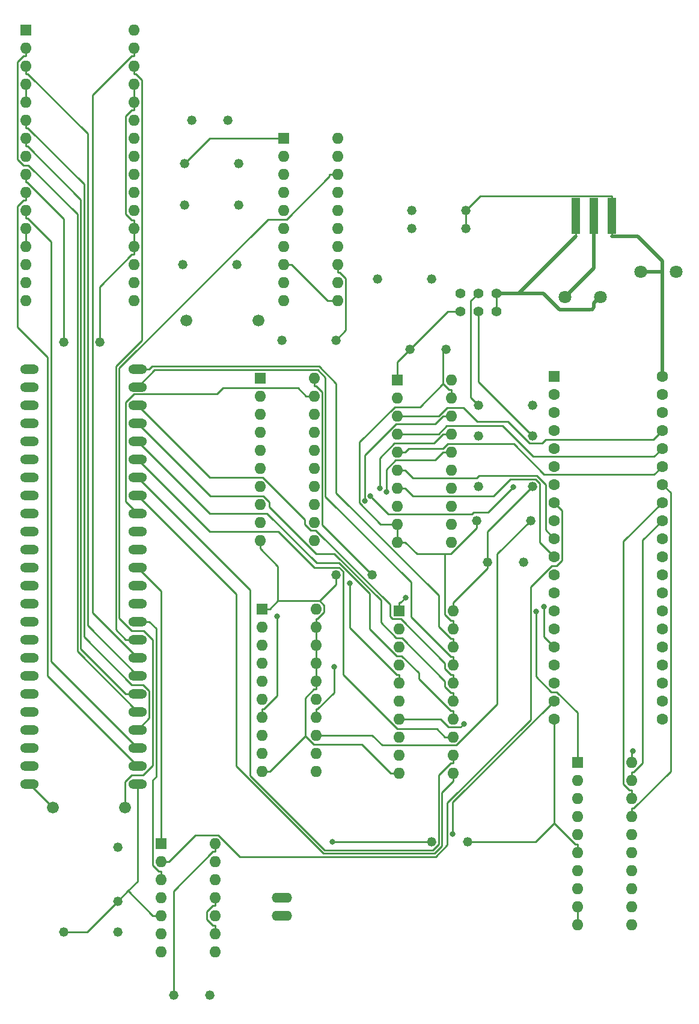
<source format=gbr>
G04 #@! TF.GenerationSoftware,KiCad,Pcbnew,(5.1.5)-3*
G04 #@! TF.CreationDate,2022-07-07T22:07:32-04:00*
G04 #@! TF.ProjectId,FAL6567i,46414c36-3536-4376-992e-6b696361645f,rev?*
G04 #@! TF.SameCoordinates,Original*
G04 #@! TF.FileFunction,Copper,L1,Top*
G04 #@! TF.FilePolarity,Positive*
%FSLAX46Y46*%
G04 Gerber Fmt 4.6, Leading zero omitted, Abs format (unit mm)*
G04 Created by KiCad (PCBNEW (5.1.5)-3) date 2022-07-07 22:07:32*
%MOMM*%
%LPD*%
G04 APERTURE LIST*
%ADD10R,1.270000X5.080000*%
%ADD11O,1.600000X1.600000*%
%ADD12R,1.600000X1.600000*%
%ADD13C,1.800000*%
%ADD14O,2.641600X1.320800*%
%ADD15C,1.600200*%
%ADD16R,1.600200X1.600200*%
%ADD17C,1.320800*%
%ADD18C,1.422400*%
%ADD19O,2.844800X1.422400*%
%ADD20C,1.676400*%
%ADD21C,0.800000*%
%ADD22C,0.250000*%
%ADD23C,0.504000*%
G04 APERTURE END LIST*
D10*
X143510000Y-65849500D03*
X140970000Y-65849500D03*
X138430000Y-65849500D03*
D11*
X101854000Y-121158000D03*
X94234000Y-144018000D03*
X101854000Y-123698000D03*
X94234000Y-141478000D03*
X101854000Y-126238000D03*
X94234000Y-138938000D03*
X101854000Y-128778000D03*
X94234000Y-136398000D03*
X101854000Y-131318000D03*
X94234000Y-133858000D03*
X101854000Y-133858000D03*
X94234000Y-131318000D03*
X101854000Y-136398000D03*
X94234000Y-128778000D03*
X101854000Y-138938000D03*
X94234000Y-126238000D03*
X101854000Y-141478000D03*
X94234000Y-123698000D03*
X101854000Y-144018000D03*
D12*
X94234000Y-121158000D03*
D11*
X120904000Y-88900000D03*
X113284000Y-111760000D03*
X120904000Y-91440000D03*
X113284000Y-109220000D03*
X120904000Y-93980000D03*
X113284000Y-106680000D03*
X120904000Y-96520000D03*
X113284000Y-104140000D03*
X120904000Y-99060000D03*
X113284000Y-101600000D03*
X120904000Y-101600000D03*
X113284000Y-99060000D03*
X120904000Y-104140000D03*
X113284000Y-96520000D03*
X120904000Y-106680000D03*
X113284000Y-93980000D03*
X120904000Y-109220000D03*
X113284000Y-91440000D03*
X120904000Y-111760000D03*
D12*
X113284000Y-88900000D03*
D11*
X101600000Y-88646000D03*
X93980000Y-111506000D03*
X101600000Y-91186000D03*
X93980000Y-108966000D03*
X101600000Y-93726000D03*
X93980000Y-106426000D03*
X101600000Y-96266000D03*
X93980000Y-103886000D03*
X101600000Y-98806000D03*
X93980000Y-101346000D03*
X101600000Y-101346000D03*
X93980000Y-98806000D03*
X101600000Y-103886000D03*
X93980000Y-96266000D03*
X101600000Y-106426000D03*
X93980000Y-93726000D03*
X101600000Y-108966000D03*
X93980000Y-91186000D03*
X101600000Y-111506000D03*
D12*
X93980000Y-88646000D03*
D11*
X121158000Y-121412000D03*
X113538000Y-144272000D03*
X121158000Y-123952000D03*
X113538000Y-141732000D03*
X121158000Y-126492000D03*
X113538000Y-139192000D03*
X121158000Y-129032000D03*
X113538000Y-136652000D03*
X121158000Y-131572000D03*
X113538000Y-134112000D03*
X121158000Y-134112000D03*
X113538000Y-131572000D03*
X121158000Y-136652000D03*
X113538000Y-129032000D03*
X121158000Y-139192000D03*
X113538000Y-126492000D03*
X121158000Y-141732000D03*
X113538000Y-123952000D03*
X121158000Y-144272000D03*
D12*
X113538000Y-121412000D03*
D13*
X152574000Y-73660000D03*
X147574000Y-73660000D03*
X141906000Y-77216000D03*
X136906000Y-77216000D03*
D11*
X146304000Y-142748000D03*
X138684000Y-165608000D03*
X146304000Y-145288000D03*
X138684000Y-163068000D03*
X146304000Y-147828000D03*
X138684000Y-160528000D03*
X146304000Y-150368000D03*
X138684000Y-157988000D03*
X146304000Y-152908000D03*
X138684000Y-155448000D03*
X146304000Y-155448000D03*
X138684000Y-152908000D03*
X146304000Y-157988000D03*
X138684000Y-150368000D03*
X146304000Y-160528000D03*
X138684000Y-147828000D03*
X146304000Y-163068000D03*
X138684000Y-145288000D03*
X146304000Y-165608000D03*
D12*
X138684000Y-142748000D03*
D14*
X76708000Y-87376000D03*
X76708000Y-89916000D03*
X76708000Y-92456000D03*
X76708000Y-94996000D03*
X76708000Y-97536000D03*
X76708000Y-100076000D03*
X76708000Y-102616000D03*
X76708000Y-105156000D03*
X76708000Y-107696000D03*
X76708000Y-110236000D03*
X76708000Y-112776000D03*
X76708000Y-115316000D03*
X76708000Y-117856000D03*
X76708000Y-120396000D03*
X76708000Y-122936000D03*
X76708000Y-125476000D03*
X76708000Y-128016000D03*
X76708000Y-130556000D03*
X76708000Y-133096000D03*
X76708000Y-135636000D03*
X76708000Y-138176000D03*
X76708000Y-140716000D03*
X76708000Y-143256000D03*
X76708000Y-145796000D03*
X61468000Y-145796000D03*
X61468000Y-143256000D03*
X61468000Y-140716000D03*
X61468000Y-138176000D03*
X61468000Y-135636000D03*
X61468000Y-133096000D03*
X61468000Y-130556000D03*
X61468000Y-128016000D03*
X61468000Y-125476000D03*
X61468000Y-122936000D03*
X61468000Y-120396000D03*
X61468000Y-117856000D03*
X61468000Y-115316000D03*
X61468000Y-112776000D03*
X61468000Y-110236000D03*
X61468000Y-107696000D03*
X61468000Y-105156000D03*
X61468000Y-102616000D03*
X61468000Y-100076000D03*
X61468000Y-97536000D03*
X61468000Y-94996000D03*
X61468000Y-92456000D03*
X61468000Y-89916000D03*
X61468000Y-87376000D03*
D15*
X135382000Y-136652000D03*
X135382000Y-134112000D03*
X135382000Y-131572000D03*
X135382000Y-129032000D03*
X135382000Y-126492000D03*
X135382000Y-123952000D03*
X135382000Y-121412000D03*
X135382000Y-118872000D03*
X135382000Y-116332000D03*
X135382000Y-113792000D03*
X135382000Y-108712000D03*
X135382000Y-106172000D03*
X135382000Y-103632000D03*
X135382000Y-101092000D03*
X135382000Y-98552000D03*
X135382000Y-96012000D03*
X135382000Y-93472000D03*
X135382000Y-90932000D03*
D16*
X135382000Y-88392000D03*
D15*
X135382000Y-111252000D03*
X150622000Y-88392000D03*
X150622000Y-90932000D03*
X150622000Y-93472000D03*
X150622000Y-136652000D03*
X150622000Y-134112000D03*
X150622000Y-131572000D03*
X150622000Y-96012000D03*
X150622000Y-98552000D03*
X150622000Y-129032000D03*
X150622000Y-126492000D03*
X150622000Y-123952000D03*
X150622000Y-101092000D03*
X150622000Y-121412000D03*
X150622000Y-103632000D03*
X150622000Y-118872000D03*
X150622000Y-106172000D03*
X150622000Y-108712000D03*
X150622000Y-116332000D03*
X150622000Y-113792000D03*
X150622000Y-111252000D03*
D11*
X87630000Y-154178000D03*
X80010000Y-169418000D03*
X87630000Y-156718000D03*
X80010000Y-166878000D03*
X87630000Y-159258000D03*
X80010000Y-164338000D03*
X87630000Y-161798000D03*
X80010000Y-161798000D03*
X87630000Y-164338000D03*
X80010000Y-159258000D03*
X87630000Y-166878000D03*
X80010000Y-156718000D03*
X87630000Y-169418000D03*
D12*
X80010000Y-154178000D03*
D11*
X76200000Y-39624000D03*
X60960000Y-77724000D03*
X76200000Y-42164000D03*
X60960000Y-75184000D03*
X76200000Y-44704000D03*
X60960000Y-72644000D03*
X76200000Y-47244000D03*
X60960000Y-70104000D03*
X76200000Y-49784000D03*
X60960000Y-67564000D03*
X76200000Y-52324000D03*
X60960000Y-65024000D03*
X76200000Y-54864000D03*
X60960000Y-62484000D03*
X76200000Y-57404000D03*
X60960000Y-59944000D03*
X76200000Y-59944000D03*
X60960000Y-57404000D03*
X76200000Y-62484000D03*
X60960000Y-54864000D03*
X76200000Y-65024000D03*
X60960000Y-52324000D03*
X76200000Y-67564000D03*
X60960000Y-49784000D03*
X76200000Y-70104000D03*
X60960000Y-47244000D03*
X76200000Y-72644000D03*
X60960000Y-44704000D03*
X76200000Y-75184000D03*
X60960000Y-42164000D03*
X76200000Y-77724000D03*
D12*
X60960000Y-39624000D03*
D17*
X132080000Y-108712000D03*
X124460000Y-108712000D03*
X73914000Y-154686000D03*
X73914000Y-162306000D03*
X132334000Y-103886000D03*
X124714000Y-103886000D03*
X124714000Y-96774000D03*
X132334000Y-96774000D03*
X132334000Y-92456000D03*
X124714000Y-92456000D03*
X118110000Y-74676000D03*
X110490000Y-74676000D03*
X90678000Y-72644000D03*
X83058000Y-72644000D03*
X90932000Y-64262000D03*
X83312000Y-64262000D03*
X90932000Y-58420000D03*
X83312000Y-58420000D03*
X104648000Y-83312000D03*
X97028000Y-83312000D03*
X73914000Y-166624000D03*
X66294000Y-166624000D03*
X122936000Y-67564000D03*
X115316000Y-67564000D03*
X122936000Y-65024000D03*
X115316000Y-65024000D03*
D18*
X127254000Y-76708000D03*
X127254000Y-79248000D03*
X124714000Y-76708000D03*
X124714000Y-79248000D03*
X122174000Y-76708000D03*
X122174000Y-79248000D03*
D19*
X97028000Y-161798000D03*
X97028000Y-164338000D03*
D11*
X104902000Y-54864000D03*
X97282000Y-77724000D03*
X104902000Y-57404000D03*
X97282000Y-75184000D03*
X104902000Y-59944000D03*
X97282000Y-72644000D03*
X104902000Y-62484000D03*
X97282000Y-70104000D03*
X104902000Y-65024000D03*
X97282000Y-67564000D03*
X104902000Y-67564000D03*
X97282000Y-65024000D03*
X104902000Y-70104000D03*
X97282000Y-62484000D03*
X104902000Y-72644000D03*
X97282000Y-59944000D03*
X104902000Y-75184000D03*
X97282000Y-57404000D03*
X104902000Y-77724000D03*
D12*
X97282000Y-54864000D03*
D20*
X64770000Y-149098000D03*
X74930000Y-149098000D03*
X93726000Y-80518000D03*
X83566000Y-80518000D03*
D17*
X120142000Y-84582000D03*
X115062000Y-84582000D03*
X71374000Y-83566000D03*
X66294000Y-83566000D03*
X86868000Y-175514000D03*
X81788000Y-175514000D03*
X131064000Y-114554000D03*
X125984000Y-114554000D03*
X123190000Y-153924000D03*
X118110000Y-153924000D03*
X104648000Y-116332000D03*
X109728000Y-116332000D03*
X89408000Y-52324000D03*
X84328000Y-52324000D03*
D21*
X122677000Y-137339000D03*
X106599000Y-117515000D03*
X104414000Y-129305000D03*
X114504000Y-119539000D03*
X132820000Y-121511000D03*
X129626000Y-104023000D03*
X109482000Y-105235000D03*
X108700000Y-105960000D03*
X110844000Y-104156000D03*
X111762000Y-104691000D03*
X121089000Y-152892000D03*
X96370900Y-122195000D03*
X133947000Y-120880000D03*
X104140000Y-153924000D03*
X146530000Y-141195000D03*
D22*
X102354000Y-120033000D02*
X104648000Y-117738000D01*
X104648000Y-117738000D02*
X104648000Y-116332000D01*
X101854000Y-123698000D02*
X101854000Y-122573000D01*
X101854000Y-122573000D02*
X102058000Y-122573000D01*
X102058000Y-122573000D02*
X102985000Y-121646000D01*
X102985000Y-121646000D02*
X102985000Y-120664000D01*
X102985000Y-120664000D02*
X102354000Y-120033000D01*
X120008000Y-113424000D02*
X120008000Y-121958000D01*
X120008000Y-121958000D02*
X120877000Y-122827000D01*
X120877000Y-122827000D02*
X121158000Y-122827000D01*
X121158000Y-122827000D02*
X121158000Y-123952000D01*
X113284000Y-111760000D02*
X114409000Y-111760000D01*
X114409000Y-111760000D02*
X116074000Y-113424000D01*
X116074000Y-113424000D02*
X120008000Y-113424000D01*
X140640000Y-78994000D02*
X140462000Y-78994000D01*
X140716000Y-78994000D02*
X140640000Y-78994000D01*
D23*
X130437000Y-76708000D02*
X127254000Y-76708000D01*
X130437000Y-76708000D02*
X133858000Y-76708000D01*
X133858000Y-76708000D02*
X136144000Y-78994000D01*
D22*
X140462000Y-78994000D02*
X140640000Y-78994000D01*
D23*
X136336000Y-78994000D02*
X140462000Y-78994000D01*
X141906000Y-77216000D02*
X141006000Y-78116000D01*
X141006000Y-78116000D02*
X141006000Y-78704000D01*
X141006000Y-78704000D02*
X140716000Y-78994000D01*
X138430000Y-68714800D02*
X132500000Y-74645100D01*
X132500000Y-74645100D02*
X130437000Y-76708000D01*
D22*
X138430000Y-65849500D02*
X138430000Y-68714800D01*
X138684000Y-163068000D02*
X138684000Y-165608000D01*
X80010000Y-164338000D02*
X78884700Y-164338000D01*
X78884700Y-164338000D02*
X75383400Y-160837000D01*
X76708000Y-145796000D02*
X76708000Y-159512000D01*
X76708000Y-159512000D02*
X75383400Y-160837000D01*
X87630000Y-166878000D02*
X87630000Y-165753000D01*
X87630000Y-165753000D02*
X87348700Y-165753000D01*
X87348700Y-165753000D02*
X86504700Y-164909000D01*
X86504700Y-164909000D02*
X86504700Y-163767000D01*
X86504700Y-163767000D02*
X87348600Y-162923000D01*
X87348600Y-162923000D02*
X87630000Y-162923000D01*
X87630000Y-162923000D02*
X87630000Y-161798000D01*
X120904000Y-91440000D02*
X120904000Y-90314700D01*
X120904000Y-90314700D02*
X120623000Y-90314700D01*
X120623000Y-90314700D02*
X119779000Y-89470800D01*
X97282000Y-72644000D02*
X98407300Y-72644000D01*
X98407300Y-72644000D02*
X103487000Y-77724000D01*
X103487000Y-77724000D02*
X104902000Y-77724000D01*
X120142000Y-84582000D02*
X119779000Y-84945300D01*
X119779000Y-84945300D02*
X119779000Y-89470800D01*
X127254000Y-79248000D02*
X127254000Y-76708000D01*
X120008000Y-113424000D02*
X120836000Y-113424000D01*
X120836000Y-113424000D02*
X124460000Y-109801000D01*
X124460000Y-109801000D02*
X124460000Y-108712000D01*
X138684000Y-155448000D02*
X138684000Y-154323000D01*
X138684000Y-154323000D02*
X138403000Y-154323000D01*
X138403000Y-154323000D02*
X135382000Y-151302000D01*
X123190000Y-153924000D02*
X132760000Y-153924000D01*
X132760000Y-153924000D02*
X135382000Y-151302000D01*
X135382000Y-136652000D02*
X135382000Y-151302000D01*
X94234000Y-144018000D02*
X95359300Y-144018000D01*
X95359300Y-144018000D02*
X100336000Y-139041000D01*
X113538000Y-144272000D02*
X112413000Y-144272000D01*
X112413000Y-144272000D02*
X108349000Y-140208000D01*
X108349000Y-140208000D02*
X101502000Y-140208000D01*
X101502000Y-140208000D02*
X100336000Y-139041000D01*
X119779000Y-89470800D02*
X116540000Y-92710000D01*
X116540000Y-92710000D02*
X112933000Y-92710000D01*
X112933000Y-92710000D02*
X107956000Y-97687700D01*
X107956000Y-97687700D02*
X107956000Y-106242000D01*
X107956000Y-106242000D02*
X110934000Y-109220000D01*
X110934000Y-109220000D02*
X113284000Y-109220000D01*
X113284000Y-111760000D02*
X113284000Y-109220000D01*
X94234000Y-121158000D02*
X95359300Y-121158000D01*
X95359300Y-121158000D02*
X96484700Y-120033000D01*
X93980000Y-111506000D02*
X93980000Y-112631000D01*
X93980000Y-112631000D02*
X96484700Y-115136000D01*
X96484700Y-115136000D02*
X96484700Y-120033000D01*
X102354000Y-120033000D02*
X96484700Y-120033000D01*
X75383400Y-160837000D02*
X73914000Y-162306000D01*
X73914000Y-162306000D02*
X69596000Y-166624000D01*
X69596000Y-166624000D02*
X66294000Y-166624000D01*
X101854000Y-128778000D02*
X101854000Y-131318000D01*
X101854000Y-131318000D02*
X101854000Y-132443000D01*
X101854000Y-132443000D02*
X101573000Y-132443000D01*
X101573000Y-132443000D02*
X100336000Y-133680000D01*
X100336000Y-133680000D02*
X100336000Y-139041000D01*
X76200000Y-67564000D02*
X76200000Y-70104000D01*
X76200000Y-70104000D02*
X76200000Y-71229300D01*
X76200000Y-71229300D02*
X75918700Y-71229300D01*
X75918700Y-71229300D02*
X71374000Y-75774000D01*
X71374000Y-75774000D02*
X71374000Y-83566000D01*
X101854000Y-128778000D02*
X101854000Y-126238000D01*
X101854000Y-126238000D02*
X101854000Y-123698000D01*
X60960000Y-70104000D02*
X60960000Y-67564000D01*
X76200000Y-49784000D02*
X76200000Y-50909300D01*
X76200000Y-50909300D02*
X75918600Y-50909300D01*
X75918600Y-50909300D02*
X75074700Y-51753200D01*
X75074700Y-51753200D02*
X75074700Y-65594800D01*
X75074700Y-65594800D02*
X75918600Y-66438700D01*
X75918600Y-66438700D02*
X76200000Y-66438700D01*
X76200000Y-66438700D02*
X76200000Y-67564000D01*
X76200000Y-49784000D02*
X76200000Y-47244000D01*
X64770000Y-149098000D02*
X61468000Y-145796000D01*
X121158000Y-126492000D02*
X121158000Y-125367000D01*
X121158000Y-125367000D02*
X120877000Y-125367000D01*
X120877000Y-125367000D02*
X119132000Y-123622000D01*
X119132000Y-123622000D02*
X119132000Y-119272000D01*
X119132000Y-119272000D02*
X104675000Y-104814000D01*
X104675000Y-104814000D02*
X104675000Y-89426300D01*
X104675000Y-89426300D02*
X102261000Y-87013000D01*
X102261000Y-87013000D02*
X78717100Y-87013000D01*
X78717100Y-87013000D02*
X78354100Y-87376000D01*
X78354100Y-87376000D02*
X76708000Y-87376000D01*
X76708000Y-89916000D02*
X79103300Y-87520700D01*
X79103300Y-87520700D02*
X102099000Y-87520700D01*
X102099000Y-87520700D02*
X103176000Y-88597200D01*
X103176000Y-88597200D02*
X103176000Y-105343000D01*
X103176000Y-105343000D02*
X115230000Y-117397000D01*
X115230000Y-117397000D02*
X115230000Y-122260000D01*
X115230000Y-122260000D02*
X120877000Y-127907000D01*
X120877000Y-127907000D02*
X121158000Y-127907000D01*
X121158000Y-127907000D02*
X121158000Y-129032000D01*
X113538000Y-136652000D02*
X119358000Y-136652000D01*
X119358000Y-136652000D02*
X120495000Y-137789000D01*
X120495000Y-137789000D02*
X122226000Y-137789000D01*
X122226000Y-137789000D02*
X122677000Y-137339000D01*
X121158000Y-131572000D02*
X121158000Y-130447000D01*
X121158000Y-130447000D02*
X120877000Y-130447000D01*
X120877000Y-130447000D02*
X120033000Y-129603000D01*
X120033000Y-129603000D02*
X120033000Y-128782000D01*
X120033000Y-128782000D02*
X113788000Y-122537000D01*
X113788000Y-122537000D02*
X112601000Y-122537000D01*
X112601000Y-122537000D02*
X112262000Y-122198000D01*
X112262000Y-122198000D02*
X112262000Y-120527000D01*
X112262000Y-120527000D02*
X101826000Y-110091000D01*
X101826000Y-110091000D02*
X101108000Y-110091000D01*
X101108000Y-110091000D02*
X100237000Y-109220000D01*
X100237000Y-109220000D02*
X100237000Y-108542000D01*
X100237000Y-108542000D02*
X94310800Y-102616000D01*
X94310800Y-102616000D02*
X86868000Y-102616000D01*
X86868000Y-102616000D02*
X76708000Y-92456000D01*
X76708000Y-94996000D02*
X87012600Y-105301000D01*
X87012600Y-105301000D02*
X94448800Y-105301000D01*
X94448800Y-105301000D02*
X95250000Y-106102000D01*
X95250000Y-106102000D02*
X95250000Y-106758000D01*
X95250000Y-106758000D02*
X101850000Y-113358000D01*
X101850000Y-113358000D02*
X104396000Y-113358000D01*
X104396000Y-113358000D02*
X110984000Y-119945000D01*
X110984000Y-119945000D02*
X110984000Y-123055000D01*
X110984000Y-123055000D02*
X113150000Y-125222000D01*
X113150000Y-125222000D02*
X113940000Y-125222000D01*
X113940000Y-125222000D02*
X120033000Y-131315000D01*
X120033000Y-131315000D02*
X120033000Y-132143000D01*
X120033000Y-132143000D02*
X120877000Y-132987000D01*
X120877000Y-132987000D02*
X121158000Y-132987000D01*
X121158000Y-132987000D02*
X121158000Y-134112000D01*
X106599000Y-117515000D02*
X106599000Y-123789000D01*
X106599000Y-123789000D02*
X113257000Y-130447000D01*
X113257000Y-130447000D02*
X113538000Y-130447000D01*
X113538000Y-130447000D02*
X113538000Y-131572000D01*
X121158000Y-136652000D02*
X121158000Y-135527000D01*
X121158000Y-135527000D02*
X120877000Y-135527000D01*
X120877000Y-135527000D02*
X116319000Y-130970000D01*
X116319000Y-130970000D02*
X116319000Y-130187000D01*
X116319000Y-130187000D02*
X113895000Y-127762000D01*
X113895000Y-127762000D02*
X113210000Y-127762000D01*
X113210000Y-127762000D02*
X109423000Y-123974000D01*
X109423000Y-123974000D02*
X109423000Y-119021000D01*
X109423000Y-119021000D02*
X105090000Y-114688000D01*
X105090000Y-114688000D02*
X101962000Y-114688000D01*
X101962000Y-114688000D02*
X94970200Y-107696000D01*
X94970200Y-107696000D02*
X86868000Y-107696000D01*
X86868000Y-107696000D02*
X76708000Y-97536000D01*
X76708000Y-100076000D02*
X86868000Y-110236000D01*
X86868000Y-110236000D02*
X96523000Y-110236000D01*
X96523000Y-110236000D02*
X101624000Y-115337000D01*
X101624000Y-115337000D02*
X105102000Y-115337000D01*
X105102000Y-115337000D02*
X105644000Y-115879000D01*
X105644000Y-115879000D02*
X105644000Y-130391000D01*
X105644000Y-130391000D02*
X113320000Y-138067000D01*
X113320000Y-138067000D02*
X118907000Y-138067000D01*
X118907000Y-138067000D02*
X120033000Y-139192000D01*
X120033000Y-139192000D02*
X121158000Y-139192000D01*
X121158000Y-141732000D02*
X121158000Y-142857000D01*
X121158000Y-142857000D02*
X120877000Y-142857000D01*
X120877000Y-142857000D02*
X119135000Y-144599000D01*
X119135000Y-144599000D02*
X119135000Y-154303000D01*
X119135000Y-154303000D02*
X118303000Y-155134000D01*
X118303000Y-155134000D02*
X103091000Y-155134000D01*
X103091000Y-155134000D02*
X92564600Y-144608000D01*
X92564600Y-144608000D02*
X92564600Y-118473000D01*
X92564600Y-118473000D02*
X76708000Y-102616000D01*
X76708000Y-105156000D02*
X90607900Y-119056000D01*
X90607900Y-119056000D02*
X90607900Y-143301000D01*
X90607900Y-143301000D02*
X102902000Y-155594000D01*
X102902000Y-155594000D02*
X118525000Y-155594000D01*
X118525000Y-155594000D02*
X119585000Y-154534000D01*
X119585000Y-154534000D02*
X119585000Y-146970000D01*
X119585000Y-146970000D02*
X121158000Y-145397000D01*
X121158000Y-145397000D02*
X121158000Y-144272000D01*
X101854000Y-136398000D02*
X101854000Y-135273000D01*
X101854000Y-135273000D02*
X102058000Y-135273000D01*
X102058000Y-135273000D02*
X104414000Y-132918000D01*
X104414000Y-132918000D02*
X104414000Y-129305000D01*
X132820000Y-121511000D02*
X132820000Y-130674000D01*
X132820000Y-130674000D02*
X134988000Y-132842000D01*
X134988000Y-132842000D02*
X135748000Y-132842000D01*
X135748000Y-132842000D02*
X138684000Y-135778000D01*
X138684000Y-135778000D02*
X138684000Y-142748000D01*
X113538000Y-121412000D02*
X113538000Y-120287000D01*
X113538000Y-120287000D02*
X113757000Y-120287000D01*
X113757000Y-120287000D02*
X114504000Y-119539000D01*
X76708000Y-107696000D02*
X75042400Y-106030000D01*
X75042400Y-106030000D02*
X75042400Y-92047400D01*
X75042400Y-92047400D02*
X76188000Y-90901800D01*
X76188000Y-90901800D02*
X87870400Y-90901800D01*
X87870400Y-90901800D02*
X88711500Y-90060700D01*
X88711500Y-90060700D02*
X99349400Y-90060700D01*
X99349400Y-90060700D02*
X100475000Y-91186000D01*
X100475000Y-91186000D02*
X101600000Y-91186000D01*
X129626000Y-104023000D02*
X126069000Y-107580000D01*
X126069000Y-107580000D02*
X124022000Y-107580000D01*
X124022000Y-107580000D02*
X123797000Y-107805000D01*
X123797000Y-107805000D02*
X112052000Y-107805000D01*
X112052000Y-107805000D02*
X109482000Y-105235000D01*
X120904000Y-93980000D02*
X119779000Y-93980000D01*
X119779000Y-93980000D02*
X118653000Y-95105300D01*
X118653000Y-95105300D02*
X113101000Y-95105300D01*
X113101000Y-95105300D02*
X108700000Y-99505900D01*
X108700000Y-99505900D02*
X108700000Y-105960000D01*
X120904000Y-96520000D02*
X119779000Y-96520000D01*
X119779000Y-96520000D02*
X118444000Y-97854200D01*
X118444000Y-97854200D02*
X112898000Y-97854200D01*
X112898000Y-97854200D02*
X110844000Y-99908700D01*
X110844000Y-99908700D02*
X110844000Y-104156000D01*
X135382000Y-113792000D02*
X133340000Y-111750000D01*
X133340000Y-111750000D02*
X133340000Y-103484000D01*
X133340000Y-103484000D02*
X132753000Y-102897000D01*
X132753000Y-102897000D02*
X129180000Y-102897000D01*
X129180000Y-102897000D02*
X126811000Y-105265000D01*
X126811000Y-105265000D02*
X115535000Y-105265000D01*
X115535000Y-105265000D02*
X114409000Y-104140000D01*
X114409000Y-104140000D02*
X113284000Y-104140000D01*
X120904000Y-99060000D02*
X119779000Y-99060000D01*
X119779000Y-99060000D02*
X118653000Y-100185000D01*
X118653000Y-100185000D02*
X113088000Y-100185000D01*
X113088000Y-100185000D02*
X111762000Y-101512000D01*
X111762000Y-101512000D02*
X111762000Y-104691000D01*
X135382000Y-111252000D02*
X134183000Y-110053000D01*
X134183000Y-110053000D02*
X134183000Y-103674000D01*
X134183000Y-103674000D02*
X132931000Y-102422000D01*
X132931000Y-102422000D02*
X124784000Y-102422000D01*
X124784000Y-102422000D02*
X124481000Y-102725000D01*
X124481000Y-102725000D02*
X115535000Y-102725000D01*
X115535000Y-102725000D02*
X114409000Y-101600000D01*
X114409000Y-101600000D02*
X113284000Y-101600000D01*
X113284000Y-99060000D02*
X114409000Y-99060000D01*
X114409000Y-99060000D02*
X114876000Y-98593700D01*
X114876000Y-98593700D02*
X119779000Y-98593700D01*
X119779000Y-98593700D02*
X120444000Y-97928900D01*
X120444000Y-97928900D02*
X129692000Y-97928900D01*
X129692000Y-97928900D02*
X133996000Y-102233000D01*
X133996000Y-102233000D02*
X149481000Y-102233000D01*
X149481000Y-102233000D02*
X150622000Y-101092000D01*
X150622000Y-98552000D02*
X149475000Y-99699100D01*
X149475000Y-99699100D02*
X132432000Y-99699100D01*
X132432000Y-99699100D02*
X128117000Y-95383700D01*
X128117000Y-95383700D02*
X120278000Y-95383700D01*
X120278000Y-95383700D02*
X119142000Y-96520000D01*
X119142000Y-96520000D02*
X113284000Y-96520000D01*
X150622000Y-96012000D02*
X149352000Y-97282000D01*
X149352000Y-97282000D02*
X134218000Y-97282000D01*
X134218000Y-97282000D02*
X133699000Y-97801500D01*
X133699000Y-97801500D02*
X131967000Y-97801500D01*
X131967000Y-97801500D02*
X128921000Y-94755000D01*
X128921000Y-94755000D02*
X124554000Y-94755000D01*
X124554000Y-94755000D02*
X122588000Y-92788500D01*
X122588000Y-92788500D02*
X120333000Y-92788500D01*
X120333000Y-92788500D02*
X119142000Y-93980000D01*
X119142000Y-93980000D02*
X113284000Y-93980000D01*
X121089000Y-152892000D02*
X121089000Y-148405000D01*
X121089000Y-148405000D02*
X135382000Y-134112000D01*
X94234000Y-136398000D02*
X94234000Y-135273000D01*
X94234000Y-135273000D02*
X94515300Y-135273000D01*
X94515300Y-135273000D02*
X96370900Y-133417000D01*
X96370900Y-133417000D02*
X96370900Y-122195000D01*
X135382000Y-126492000D02*
X133947000Y-125057000D01*
X133947000Y-125057000D02*
X133947000Y-120880000D01*
X132080000Y-108712000D02*
X127365000Y-113427000D01*
X127365000Y-113427000D02*
X127365000Y-134576000D01*
X127365000Y-134576000D02*
X121604000Y-140338000D01*
X121604000Y-140338000D02*
X111173000Y-140338000D01*
X111173000Y-140338000D02*
X109773000Y-138938000D01*
X109773000Y-138938000D02*
X101854000Y-138938000D01*
X146304000Y-145288000D02*
X146304000Y-144163000D01*
X146304000Y-144163000D02*
X146585000Y-144163000D01*
X146585000Y-144163000D02*
X147880000Y-142869000D01*
X147880000Y-142869000D02*
X147880000Y-111454000D01*
X147880000Y-111454000D02*
X150622000Y-108712000D01*
X150622000Y-106172000D02*
X145179000Y-111615000D01*
X145179000Y-111615000D02*
X145179000Y-145859000D01*
X145179000Y-145859000D02*
X146023000Y-146703000D01*
X146023000Y-146703000D02*
X146304000Y-146703000D01*
X146304000Y-146703000D02*
X146304000Y-147828000D01*
X150622000Y-103632000D02*
X151787000Y-104797000D01*
X151787000Y-104797000D02*
X151787000Y-144041000D01*
X151787000Y-144041000D02*
X146585000Y-149243000D01*
X146585000Y-149243000D02*
X146304000Y-149243000D01*
X146304000Y-149243000D02*
X146304000Y-150368000D01*
X104648000Y-83312000D02*
X106027000Y-81932700D01*
X106027000Y-81932700D02*
X106027000Y-74613200D01*
X106027000Y-74613200D02*
X105183000Y-73769300D01*
X105183000Y-73769300D02*
X104902000Y-73769300D01*
X104902000Y-73769300D02*
X104902000Y-72644000D01*
X83312000Y-58420000D02*
X86868000Y-54864000D01*
X86868000Y-54864000D02*
X97282000Y-54864000D01*
X124714000Y-76708000D02*
X123672000Y-77749800D01*
X123672000Y-77749800D02*
X123672000Y-91414200D01*
X123672000Y-91414200D02*
X124714000Y-92456000D01*
X124714000Y-79248000D02*
X124714000Y-89154000D01*
X124714000Y-89154000D02*
X132334000Y-96774000D01*
X80010000Y-159258000D02*
X80010000Y-158133000D01*
X80010000Y-158133000D02*
X79728700Y-158133000D01*
X79728700Y-158133000D02*
X78837100Y-157241000D01*
X78837100Y-157241000D02*
X78837100Y-145269000D01*
X78837100Y-145269000D02*
X79311300Y-144795000D01*
X79311300Y-144795000D02*
X79311300Y-123893000D01*
X79311300Y-123893000D02*
X78354100Y-122936000D01*
X78354100Y-122936000D02*
X76708000Y-122936000D01*
X80010000Y-154178000D02*
X80010000Y-118618000D01*
X80010000Y-118618000D02*
X76708000Y-115316000D01*
X76200000Y-42164000D02*
X76200000Y-43289300D01*
X76200000Y-43289300D02*
X75918700Y-43289300D01*
X75918700Y-43289300D02*
X70371400Y-48836600D01*
X70371400Y-48836600D02*
X70371400Y-121679000D01*
X70371400Y-121679000D02*
X76708000Y-128016000D01*
X76200000Y-44704000D02*
X76200000Y-45829300D01*
X76200000Y-45829300D02*
X76481300Y-45829300D01*
X76481300Y-45829300D02*
X77337400Y-46685400D01*
X77337400Y-46685400D02*
X77337400Y-83315200D01*
X77337400Y-83315200D02*
X73662500Y-86990100D01*
X73662500Y-86990100D02*
X73662500Y-124077000D01*
X73662500Y-124077000D02*
X75061900Y-125476000D01*
X75061900Y-125476000D02*
X76708000Y-125476000D01*
X60960000Y-65024000D02*
X60960000Y-66149300D01*
X60960000Y-66149300D02*
X61241300Y-66149300D01*
X61241300Y-66149300D02*
X64516700Y-69424700D01*
X64516700Y-69424700D02*
X64516700Y-128525000D01*
X64516700Y-128525000D02*
X76708000Y-140716000D01*
X60960000Y-62484000D02*
X60960000Y-63609300D01*
X60960000Y-63609300D02*
X60678700Y-63609300D01*
X60678700Y-63609300D02*
X59808900Y-64479100D01*
X59808900Y-64479100D02*
X59808900Y-81475400D01*
X59808900Y-81475400D02*
X64066300Y-85732800D01*
X64066300Y-85732800D02*
X64066300Y-130614000D01*
X64066300Y-130614000D02*
X76708000Y-143256000D01*
X60960000Y-54864000D02*
X60960000Y-55989300D01*
X60960000Y-55989300D02*
X61194100Y-55989300D01*
X61194100Y-55989300D02*
X68704500Y-63499700D01*
X68704500Y-63499700D02*
X68704500Y-126739000D01*
X68704500Y-126739000D02*
X75061900Y-133096000D01*
X75061900Y-133096000D02*
X76708000Y-133096000D01*
X60960000Y-52324000D02*
X60960000Y-53449300D01*
X60960000Y-53449300D02*
X61241300Y-53449300D01*
X61241300Y-53449300D02*
X69154900Y-61362900D01*
X69154900Y-61362900D02*
X69154900Y-125063000D01*
X69154900Y-125063000D02*
X75917700Y-131826000D01*
X75917700Y-131826000D02*
X77516700Y-131826000D01*
X77516700Y-131826000D02*
X78376900Y-132686000D01*
X78376900Y-132686000D02*
X78376900Y-136507000D01*
X78376900Y-136507000D02*
X76708000Y-138176000D01*
X60960000Y-44704000D02*
X60960000Y-45829300D01*
X60960000Y-45829300D02*
X61241300Y-45829300D01*
X61241300Y-45829300D02*
X69659800Y-54247800D01*
X69659800Y-54247800D02*
X69659800Y-123508000D01*
X69659800Y-123508000D02*
X76708000Y-130556000D01*
X60960000Y-42164000D02*
X60960000Y-43289300D01*
X60960000Y-43289300D02*
X60678700Y-43289300D01*
X60678700Y-43289300D02*
X59815800Y-44152200D01*
X59815800Y-44152200D02*
X59815800Y-57886200D01*
X59815800Y-57886200D02*
X60603600Y-58674000D01*
X60603600Y-58674000D02*
X61312900Y-58674000D01*
X61312900Y-58674000D02*
X68226700Y-65587800D01*
X68226700Y-65587800D02*
X68226700Y-127155000D01*
X68226700Y-127155000D02*
X76708000Y-135636000D01*
X80010000Y-156718000D02*
X81135300Y-156718000D01*
X81135300Y-156718000D02*
X84824800Y-153028000D01*
X84824800Y-153028000D02*
X88097300Y-153028000D01*
X88097300Y-153028000D02*
X91113600Y-156045000D01*
X91113600Y-156045000D02*
X118712000Y-156045000D01*
X118712000Y-156045000D02*
X120341000Y-154416000D01*
X120341000Y-154416000D02*
X120341000Y-148483000D01*
X120341000Y-148483000D02*
X132095000Y-136729000D01*
X132095000Y-136729000D02*
X132095000Y-118019000D01*
X132095000Y-118019000D02*
X135052000Y-115062000D01*
X135052000Y-115062000D02*
X135773000Y-115062000D01*
X135773000Y-115062000D02*
X136541000Y-114294000D01*
X136541000Y-114294000D02*
X136541000Y-107331000D01*
X136541000Y-107331000D02*
X135382000Y-106172000D01*
D23*
X143510000Y-68714800D02*
X147201000Y-68714800D01*
X147201000Y-68714800D02*
X150622000Y-72136000D01*
X150622000Y-72136000D02*
X150622000Y-73660000D01*
X150622000Y-73660000D02*
X150622000Y-88392000D01*
X150622000Y-73660000D02*
X147574000Y-73660000D01*
D22*
X104140000Y-153924000D02*
X118110000Y-153924000D01*
X146530000Y-141195000D02*
X146304000Y-141420000D01*
X146304000Y-141420000D02*
X146304000Y-142748000D01*
X143510000Y-65849500D02*
X143510000Y-68714800D01*
X146812000Y-73660000D02*
X147574000Y-73660000D01*
X143510000Y-65849500D02*
X143510000Y-62984200D01*
X143510000Y-62984200D02*
X124976000Y-62984200D01*
X124976000Y-62984200D02*
X122936000Y-65024000D01*
X122936000Y-67564000D02*
X122936000Y-65024000D01*
X104902000Y-59944000D02*
X103777000Y-59944000D01*
X103777000Y-59944000D02*
X103777000Y-60225300D01*
X103777000Y-60225300D02*
X97708000Y-66294000D01*
X97708000Y-66294000D02*
X95075300Y-66294000D01*
X95075300Y-66294000D02*
X74132000Y-87237300D01*
X74132000Y-87237300D02*
X74132000Y-122422000D01*
X74132000Y-122422000D02*
X75916500Y-124206000D01*
X75916500Y-124206000D02*
X77548400Y-124206000D01*
X77548400Y-124206000D02*
X78845800Y-125503000D01*
X78845800Y-125503000D02*
X78845800Y-143196000D01*
X78845800Y-143196000D02*
X77516100Y-144526000D01*
X77516100Y-144526000D02*
X75916000Y-144526000D01*
X75916000Y-144526000D02*
X74930000Y-145512000D01*
X74930000Y-145512000D02*
X74930000Y-149098000D01*
X81788000Y-175514000D02*
X81788000Y-160864000D01*
X81788000Y-160864000D02*
X87348700Y-155303000D01*
X87348700Y-155303000D02*
X87630000Y-155303000D01*
X87630000Y-155303000D02*
X87630000Y-154178000D01*
X60960000Y-59944000D02*
X60960000Y-61069300D01*
X60960000Y-61069300D02*
X61164500Y-61069300D01*
X61164500Y-61069300D02*
X66294000Y-66198800D01*
X66294000Y-66198800D02*
X66294000Y-83566000D01*
X60960000Y-47244000D02*
X60960000Y-49784000D01*
D23*
X136906000Y-77216000D02*
X140970000Y-73152000D01*
X140970000Y-73152000D02*
X140970000Y-65849500D01*
D22*
X121158000Y-121412000D02*
X121158000Y-120287000D01*
X121158000Y-120287000D02*
X125984000Y-115461000D01*
X125984000Y-115461000D02*
X125984000Y-114554000D01*
X101600000Y-88646000D02*
X101600000Y-89771300D01*
X101600000Y-89771300D02*
X101881000Y-89771300D01*
X101881000Y-89771300D02*
X102725000Y-90615200D01*
X102725000Y-90615200D02*
X102725000Y-109329000D01*
X102725000Y-109329000D02*
X109728000Y-116332000D01*
X125984000Y-114554000D02*
X125984000Y-110236000D01*
X125984000Y-110236000D02*
X132334000Y-103886000D01*
X113284000Y-88900000D02*
X113284000Y-86360000D01*
X113284000Y-86360000D02*
X115062000Y-84582000D01*
X115062000Y-84582000D02*
X120396000Y-79248000D01*
X120396000Y-79248000D02*
X122174000Y-79248000D01*
M02*

</source>
